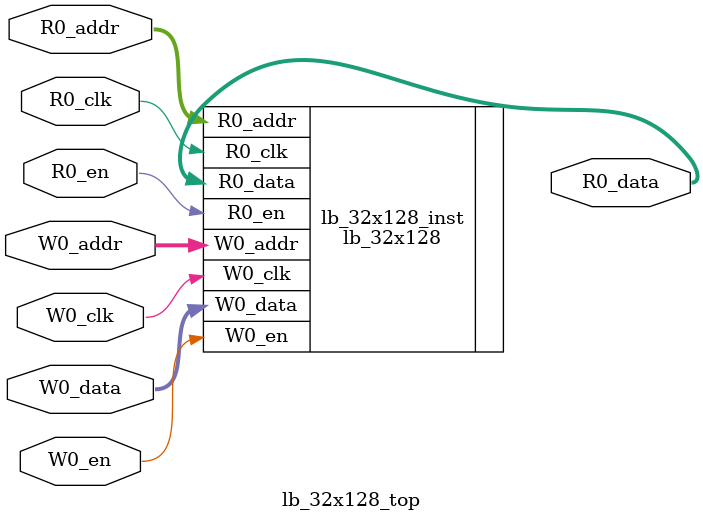
<source format=v>
module lb_32x128_top(
  input  [4:0]   R0_addr,
  input          R0_en,
                 R0_clk,
  output [7:0] R0_data,
  input  [4:0]   W0_addr,
  input          W0_en,
                 W0_clk,
  input  [7:0] W0_data
);
    lb_32x128 lb_32x128_inst (
        .R0_addr(R0_addr),
        .R0_en(R0_en),
        .R0_clk(R0_clk),
        .R0_data(R0_data),
        .W0_addr(W0_addr),
        .W0_en(W0_en),
        .W0_clk(W0_clk),
        .W0_data(W0_data)
    );
endmodule


</source>
